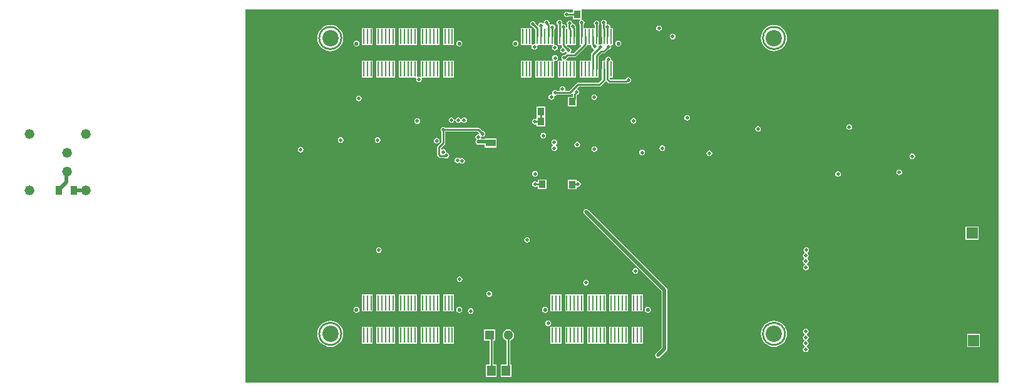
<source format=gbr>
%TF.GenerationSoftware,Altium Limited,Altium Designer,22.2.1 (43)*%
G04 Layer_Physical_Order=4*
G04 Layer_Color=16711680*
%FSLAX45Y45*%
%MOMM*%
%TF.SameCoordinates,3546A09D-0AB3-465C-A5BE-671B47EBA127*%
%TF.FilePolarity,Positive*%
%TF.FileFunction,Copper,L4,Bot,Signal*%
%TF.Part,Single*%
G01*
G75*
%TA.AperFunction,NonConductor*%
%ADD11C,0.25400*%
%TA.AperFunction,SMDPad,CuDef*%
%ADD28R,1.35000X0.95000*%
%ADD30R,1.20000X1.45000*%
%TA.AperFunction,Conductor*%
%ADD57C,0.50000*%
%ADD58C,0.25400*%
%TA.AperFunction,ComponentPad*%
%ADD60R,1.50000X1.50000*%
%ADD61C,0.54991*%
%ADD62C,2.19989*%
%ADD63C,1.32080*%
%ADD64R,1.30000X1.30000*%
%ADD65C,1.30000*%
%TA.AperFunction,ViaPad*%
%ADD66C,0.50000*%
%TA.AperFunction,ConnectorPad*%
%ADD67R,0.95000X1.05000*%
%TA.AperFunction,SMDPad,CuDef*%
%ADD68R,0.24994X2.00000*%
%ADD69R,0.95000X1.05000*%
%ADD70R,0.95620X1.20620*%
G36*
X15689999Y2500000D02*
X5499999D01*
X5500000Y7550000D01*
X9916587D01*
X9927299Y7545200D01*
X9927300Y7537299D01*
Y7505898D01*
X9878037D01*
X9877180Y7507180D01*
X9864710Y7515513D01*
X9850000Y7518439D01*
X9835290Y7515513D01*
X9822820Y7507180D01*
X9814488Y7494710D01*
X9811562Y7480000D01*
X9814488Y7465290D01*
X9822820Y7452820D01*
X9835290Y7444488D01*
X9850000Y7441561D01*
X9864710Y7444488D01*
X9877180Y7452820D01*
X9878037Y7454102D01*
X9927300D01*
Y7414800D01*
X10025698D01*
X10029551Y7402100D01*
X10022188Y7397180D01*
X10013856Y7384710D01*
X10010929Y7370000D01*
X10013856Y7355290D01*
X10022188Y7342820D01*
X10023470Y7341963D01*
Y7289124D01*
X10023905Y7286941D01*
Y7180218D01*
X10024809Y7175673D01*
Y7067315D01*
X10038157D01*
X10043017Y7055582D01*
X9943333Y6955898D01*
X9904689D01*
X9901134Y6963953D01*
X9900087Y6968598D01*
X9907815Y6980164D01*
X9910741Y6994874D01*
X9907815Y7009584D01*
X9899483Y7022054D01*
X9887013Y7030386D01*
X9872303Y7033312D01*
X9870790Y7033011D01*
X9848219Y7055582D01*
X9853080Y7067315D01*
X9975202D01*
Y7176492D01*
X9975903Y7180015D01*
X9975700Y7181037D01*
Y7290484D01*
X9973729Y7300395D01*
X9968959Y7307533D01*
X9970434Y7314947D01*
X9967508Y7329657D01*
X9959176Y7342128D01*
X9946706Y7350460D01*
X9931996Y7353386D01*
X9924974Y7364938D01*
X9923172Y7373993D01*
X9914840Y7386463D01*
X9902370Y7394795D01*
X9887660Y7397721D01*
X9872950Y7394795D01*
X9860480Y7386463D01*
X9852147Y7373993D01*
X9849221Y7359283D01*
X9852147Y7344573D01*
X9856225Y7338471D01*
X9855698Y7335824D01*
Y7303737D01*
X9849421Y7301498D01*
X9839186Y7309721D01*
X9838733Y7310529D01*
X9835913Y7324710D01*
X9827580Y7337180D01*
X9815110Y7345513D01*
X9800400Y7348439D01*
X9795566Y7347477D01*
X9792148Y7350134D01*
X9786162Y7358556D01*
X9788439Y7370000D01*
X9785513Y7384710D01*
X9777180Y7397180D01*
X9764710Y7405512D01*
X9750000Y7408439D01*
X9735290Y7405512D01*
X9722820Y7397180D01*
X9714488Y7384710D01*
X9711561Y7370000D01*
X9714488Y7355290D01*
X9722820Y7342820D01*
X9724102Y7341963D01*
Y7180021D01*
X9724809Y7176469D01*
Y7067315D01*
X9774324D01*
Y7066955D01*
X9776295Y7057044D01*
X9781909Y7048642D01*
X9786600Y7043951D01*
X9782420Y7030171D01*
X9780928Y7029874D01*
X9768457Y7021542D01*
X9760125Y7009072D01*
X9757199Y6994362D01*
X9760125Y6979652D01*
X9768457Y6967181D01*
X9780928Y6958849D01*
X9795638Y6955923D01*
X9810348Y6958849D01*
X9822818Y6967181D01*
X9826504Y6972698D01*
X9841742Y6972754D01*
X9845123Y6967693D01*
X9846622Y6966691D01*
X9846978Y6961779D01*
X9845207Y6952363D01*
X9839144Y6948312D01*
X9821427Y6930595D01*
X9814362Y6932000D01*
X9799652Y6929074D01*
X9787182Y6920742D01*
X9778849Y6908272D01*
X9775923Y6893562D01*
X9778849Y6878852D01*
X9787182Y6866381D01*
X9788634Y6865411D01*
X9784782Y6852711D01*
X9735184Y6852711D01*
X9729667Y6853012D01*
X9723355Y6855231D01*
X9722208Y6856565D01*
X9720739Y6863061D01*
X9721791Y6868246D01*
X9725912Y6874414D01*
X9728839Y6889124D01*
X9725912Y6903834D01*
X9717580Y6916304D01*
X9705110Y6924636D01*
X9690400Y6927562D01*
X9675690Y6924636D01*
X9663220Y6916304D01*
X9654887Y6903834D01*
X9651961Y6889124D01*
X9654887Y6874414D01*
X9660903Y6865411D01*
X9656456Y6854081D01*
X9655277Y6852711D01*
X9424810D01*
Y6627311D01*
X9675203D01*
Y6840759D01*
X9687903Y6851182D01*
X9690400Y6850685D01*
X9705110Y6853611D01*
X9707627Y6855293D01*
X9709793Y6856740D01*
X9709795Y6856740D01*
X9714466Y6856678D01*
X9722321Y6853859D01*
X9723174Y6852128D01*
X9724809Y6845135D01*
X9724809Y6840306D01*
Y6627311D01*
X9975202D01*
Y6852711D01*
X9843942D01*
X9840089Y6865411D01*
X9841542Y6866381D01*
X9849874Y6878852D01*
X9851598Y6887517D01*
X9868184Y6904103D01*
X9954060D01*
X9963971Y6906074D01*
X9972372Y6911688D01*
X10118330Y7057646D01*
X10123944Y7066047D01*
X10124196Y7067315D01*
X10174553D01*
X10176091Y7059584D01*
X10181705Y7051182D01*
X10184958Y7047929D01*
X10184430Y7045274D01*
X10187356Y7030564D01*
X10195688Y7018093D01*
X10208159Y7009761D01*
X10212947Y7008809D01*
X10217127Y6995028D01*
X10181705Y6959606D01*
X10176091Y6951205D01*
X10174120Y6941294D01*
Y6852711D01*
X10024809D01*
Y6627311D01*
X10275202D01*
Y6736488D01*
X10275902Y6740011D01*
Y6909278D01*
X10319534Y6952909D01*
X10346491D01*
X10356402Y6954880D01*
X10364804Y6960494D01*
X10408487Y7004178D01*
X10410000Y7003877D01*
X10424710Y7006803D01*
X10437180Y7015135D01*
X10445513Y7027605D01*
X10448439Y7042315D01*
X10445992Y7054615D01*
X10452748Y7067315D01*
X10475201D01*
Y7292715D01*
X10447671D01*
X10437294Y7305415D01*
X10438206Y7310000D01*
X10435280Y7324710D01*
X10426948Y7337180D01*
X10414478Y7345513D01*
X10399768Y7348439D01*
X10394934Y7347477D01*
X10391515Y7350134D01*
X10385530Y7358556D01*
X10387807Y7370000D01*
X10384880Y7384710D01*
X10376548Y7397180D01*
X10364078Y7405512D01*
X10349368Y7408439D01*
X10334658Y7405512D01*
X10322188Y7397180D01*
X10313855Y7384710D01*
X10310929Y7370000D01*
X10313855Y7355290D01*
X10322188Y7342820D01*
X10323470Y7341963D01*
Y7289124D01*
X10323904Y7286944D01*
Y7180218D01*
X10324808Y7175673D01*
Y7082318D01*
X10312108Y7076541D01*
X10299362Y7079077D01*
X10287902Y7076797D01*
X10275202Y7083948D01*
Y7176492D01*
X10275902Y7180015D01*
X10275699Y7181037D01*
Y7310413D01*
X10275666Y7310583D01*
Y7332363D01*
X10276948Y7333220D01*
X10285280Y7345690D01*
X10288206Y7360400D01*
X10285280Y7375110D01*
X10276948Y7387580D01*
X10264478Y7395913D01*
X10249768Y7398839D01*
X10235058Y7395913D01*
X10222588Y7387580D01*
X10214255Y7375110D01*
X10211329Y7360400D01*
X10214255Y7345690D01*
X10222588Y7333220D01*
X10223870Y7332363D01*
Y7310447D01*
X10223904Y7310277D01*
Y7292715D01*
X10075266D01*
Y7341963D01*
X10076548Y7342820D01*
X10084881Y7355290D01*
X10087807Y7370000D01*
X10084881Y7384710D01*
X10076548Y7397180D01*
X10064078Y7405512D01*
X10057126Y7406896D01*
X10048608Y7414038D01*
X10047700Y7420734D01*
Y7537299D01*
X10047700Y7545200D01*
X10058412Y7550000D01*
X15689999D01*
X15689999Y2500000D01*
D02*
G37*
%LPC*%
G36*
X9575664Y7406940D02*
X9560954Y7404014D01*
X9548484Y7395682D01*
X9540152Y7383212D01*
X9537226Y7368502D01*
X9538137Y7363921D01*
X9530777Y7358990D01*
X9526440Y7357625D01*
X9515121Y7365188D01*
X9500411Y7368114D01*
X9485701Y7365188D01*
X9473231Y7356856D01*
X9464899Y7344385D01*
X9462460Y7332126D01*
X9455301Y7328286D01*
X9449539Y7327086D01*
X9428138Y7348487D01*
X9428439Y7350000D01*
X9425513Y7364710D01*
X9417180Y7377180D01*
X9404710Y7385513D01*
X9390000Y7388439D01*
X9375290Y7385513D01*
X9362820Y7377180D01*
X9354488Y7364710D01*
X9351561Y7350000D01*
X9354488Y7335290D01*
X9362820Y7322820D01*
X9375290Y7314488D01*
X9390000Y7311561D01*
X9391513Y7311862D01*
X9424109Y7279266D01*
Y7180015D01*
X9424810Y7176492D01*
Y7088442D01*
X9412109Y7078019D01*
X9410000Y7078438D01*
X9395290Y7075512D01*
X9387904Y7070577D01*
X9375203Y7076901D01*
Y7292715D01*
X9224810D01*
Y7067315D01*
X9367636D01*
X9374487Y7054710D01*
X9371561Y7040000D01*
X9374487Y7025290D01*
X9382820Y7012820D01*
X9395290Y7004487D01*
X9410000Y7001561D01*
X9424710Y7004487D01*
X9437180Y7012820D01*
X9445512Y7025290D01*
X9448439Y7040000D01*
X9445512Y7054710D01*
X9452364Y7067315D01*
X9654323D01*
X9657672Y7061397D01*
X9659515Y7054615D01*
X9652262Y7043761D01*
X9649336Y7029051D01*
X9652262Y7014341D01*
X9660594Y7001871D01*
X9673065Y6993538D01*
X9687775Y6990612D01*
X9702485Y6993538D01*
X9714955Y7001871D01*
X9723287Y7014341D01*
X9726213Y7029051D01*
X9723287Y7043761D01*
X9714955Y7056231D01*
X9702485Y7064563D01*
X9687775Y7067490D01*
X9675203Y7077938D01*
Y7175699D01*
X9676101Y7180212D01*
Y7274062D01*
X9682238Y7278162D01*
X9690570Y7290633D01*
X9693496Y7305343D01*
X9690570Y7320053D01*
X9682238Y7332523D01*
X9669767Y7340855D01*
X9655057Y7343781D01*
X9640347Y7340855D01*
X9638247Y7339452D01*
X9624324Y7345423D01*
X9623926Y7347420D01*
X9618312Y7355822D01*
X9612697Y7361437D01*
X9614103Y7368502D01*
X9611177Y7383212D01*
X9602844Y7395682D01*
X9590374Y7404014D01*
X9575664Y7406940D01*
D02*
G37*
G36*
X11096223Y7330082D02*
X11081513Y7327156D01*
X11069042Y7318823D01*
X11060710Y7306353D01*
X11057784Y7291643D01*
X11060710Y7276933D01*
X11069042Y7264463D01*
X11081513Y7256131D01*
X11096223Y7253204D01*
X11110933Y7256131D01*
X11123403Y7264463D01*
X11131735Y7276933D01*
X11134661Y7291643D01*
X11131735Y7306353D01*
X11123403Y7318823D01*
X11110933Y7327156D01*
X11096223Y7330082D01*
D02*
G37*
G36*
X11280000Y7218439D02*
X11265290Y7215513D01*
X11252820Y7207180D01*
X11244488Y7194710D01*
X11241561Y7180000D01*
X11244488Y7165290D01*
X11252820Y7152820D01*
X11265290Y7144488D01*
X11280000Y7141562D01*
X11294710Y7144488D01*
X11307180Y7152820D01*
X11315513Y7165290D01*
X11318439Y7180000D01*
X11315513Y7194710D01*
X11307180Y7207180D01*
X11294710Y7215513D01*
X11280000Y7218439D01*
D02*
G37*
G36*
X8325218Y7292715D02*
X8174825D01*
Y7067315D01*
X8325218D01*
Y7292715D01*
D02*
G37*
G36*
X8125219D02*
X7874825D01*
Y7067315D01*
X8125219D01*
Y7292715D01*
D02*
G37*
G36*
X7825219D02*
X7574826D01*
Y7067315D01*
X7825219D01*
Y7292715D01*
D02*
G37*
G36*
X7525220D02*
X7274827D01*
Y7067315D01*
X7525220D01*
Y7292715D01*
D02*
G37*
G36*
X7225220D02*
X7074827D01*
Y7067315D01*
X7225220D01*
Y7292715D01*
D02*
G37*
G36*
X10545001Y7126002D02*
X10529317Y7122882D01*
X10516021Y7113998D01*
X10507137Y7100703D01*
X10504018Y7085019D01*
X10507137Y7069336D01*
X10516021Y7056040D01*
X10529317Y7047156D01*
X10545001Y7044036D01*
X10560684Y7047156D01*
X10573980Y7056040D01*
X10582864Y7069336D01*
X10585983Y7085019D01*
X10582864Y7100703D01*
X10573980Y7113998D01*
X10560684Y7122882D01*
X10545001Y7126002D01*
D02*
G37*
G36*
X9155011D02*
X9139327Y7122882D01*
X9126032Y7113998D01*
X9117148Y7100703D01*
X9114028Y7085019D01*
X9117148Y7069336D01*
X9126032Y7056040D01*
X9139327Y7047156D01*
X9155011Y7044036D01*
X9170694Y7047156D01*
X9183990Y7056040D01*
X9192874Y7069336D01*
X9195994Y7085019D01*
X9192874Y7100703D01*
X9183990Y7113998D01*
X9170694Y7122882D01*
X9155011Y7126002D01*
D02*
G37*
G36*
X8395018D02*
X8379334Y7122882D01*
X8366038Y7113998D01*
X8357154Y7100703D01*
X8354035Y7085019D01*
X8357154Y7069336D01*
X8366038Y7056040D01*
X8379334Y7047156D01*
X8395018Y7044036D01*
X8410701Y7047156D01*
X8423997Y7056040D01*
X8432881Y7069336D01*
X8436000Y7085019D01*
X8432881Y7100703D01*
X8423997Y7113998D01*
X8410701Y7122882D01*
X8395018Y7126002D01*
D02*
G37*
G36*
X7005003D02*
X6989319Y7122882D01*
X6976023Y7113998D01*
X6967139Y7100703D01*
X6964020Y7085019D01*
X6967139Y7069336D01*
X6976023Y7056040D01*
X6989319Y7047156D01*
X7005003Y7044036D01*
X7020686Y7047156D01*
X7033982Y7056040D01*
X7042866Y7069336D01*
X7045985Y7085019D01*
X7042866Y7100703D01*
X7033982Y7113998D01*
X7020686Y7122882D01*
X7005003Y7126002D01*
D02*
G37*
G36*
X12650000Y7336261D02*
X12615613Y7332874D01*
X12582548Y7322844D01*
X12552074Y7306556D01*
X12525365Y7284635D01*
X12503444Y7257926D01*
X12487156Y7227452D01*
X12477126Y7194387D01*
X12473739Y7160000D01*
X12477126Y7125613D01*
X12487156Y7092548D01*
X12503444Y7062074D01*
X12525365Y7035364D01*
X12552074Y7013444D01*
X12582548Y6997156D01*
X12615613Y6987125D01*
X12650000Y6983739D01*
X12684387Y6987125D01*
X12717452Y6997156D01*
X12747926Y7013444D01*
X12774636Y7035364D01*
X12796556Y7062074D01*
X12812843Y7092548D01*
X12822874Y7125613D01*
X12826260Y7160000D01*
X12822874Y7194387D01*
X12812843Y7227452D01*
X12796556Y7257926D01*
X12774636Y7284635D01*
X12747926Y7306556D01*
X12717452Y7322844D01*
X12684387Y7332874D01*
X12650000Y7336261D01*
D02*
G37*
G36*
X6650012D02*
X6615625Y7332874D01*
X6582560Y7322844D01*
X6552086Y7306556D01*
X6525377Y7284635D01*
X6503456Y7257926D01*
X6487168Y7227452D01*
X6477138Y7194387D01*
X6473751Y7160000D01*
X6477138Y7125613D01*
X6487168Y7092548D01*
X6503456Y7062074D01*
X6525377Y7035364D01*
X6552086Y7013444D01*
X6582560Y6997156D01*
X6615625Y6987125D01*
X6650012Y6983739D01*
X6684399Y6987125D01*
X6717464Y6997156D01*
X6747938Y7013444D01*
X6774648Y7035364D01*
X6796568Y7062074D01*
X6812856Y7092548D01*
X6822887Y7125613D01*
X6826273Y7160000D01*
X6822887Y7194387D01*
X6812856Y7227452D01*
X6796568Y7257926D01*
X6774648Y7284635D01*
X6747938Y7306556D01*
X6717464Y7322844D01*
X6684399Y7332874D01*
X6650012Y7336261D01*
D02*
G37*
G36*
X8125219Y6852711D02*
X7874825D01*
Y6642865D01*
X7862125Y6636027D01*
X7850000Y6638439D01*
X7837920Y6636035D01*
X7825219Y6642895D01*
Y6852711D01*
X7574826D01*
Y6627311D01*
X7807633D01*
X7814488Y6614710D01*
X7811561Y6600000D01*
X7814488Y6585290D01*
X7822820Y6572820D01*
X7835290Y6564488D01*
X7850000Y6561561D01*
X7864710Y6564488D01*
X7877180Y6572820D01*
X7885513Y6585290D01*
X7888439Y6600000D01*
X7885513Y6614710D01*
X7892367Y6627311D01*
X8125219D01*
Y6852711D01*
D02*
G37*
G36*
X9375203D02*
X9224810D01*
Y6627311D01*
X9375203D01*
Y6852711D01*
D02*
G37*
G36*
X8325218D02*
X8174825D01*
Y6627311D01*
X8325218D01*
Y6852711D01*
D02*
G37*
G36*
X7525220D02*
X7274827D01*
Y6627311D01*
X7525220D01*
Y6852711D01*
D02*
G37*
G36*
X7225220D02*
X7074827D01*
Y6627311D01*
X7225220D01*
Y6852711D01*
D02*
G37*
G36*
X10410400Y6908439D02*
X10395690Y6905512D01*
X10383220Y6897180D01*
X10374888Y6884710D01*
X10371961Y6870000D01*
X10372874Y6865411D01*
X10362667Y6852711D01*
X10324808D01*
Y6743534D01*
X10324107Y6740011D01*
Y6600732D01*
X10279273Y6555897D01*
X10000682D01*
X9990771Y6553926D01*
X9982369Y6548312D01*
X9879955Y6445898D01*
X9833081D01*
X9826091Y6458598D01*
X9828439Y6470400D01*
X9825512Y6485110D01*
X9817180Y6497580D01*
X9804710Y6505913D01*
X9790000Y6508839D01*
X9775290Y6505913D01*
X9762820Y6497580D01*
X9754487Y6485110D01*
X9751561Y6470400D01*
X9753909Y6458598D01*
X9746919Y6445898D01*
X9718437D01*
X9717580Y6447180D01*
X9705110Y6455513D01*
X9690400Y6458439D01*
X9675690Y6455513D01*
X9663220Y6447180D01*
X9654887Y6434710D01*
X9651961Y6420000D01*
X9654238Y6408555D01*
X9648253Y6400134D01*
X9644834Y6397477D01*
X9640000Y6398439D01*
X9625290Y6395512D01*
X9612820Y6387180D01*
X9604488Y6374710D01*
X9601561Y6360000D01*
X9604488Y6345290D01*
X9612820Y6332820D01*
X9625290Y6324487D01*
X9640000Y6321561D01*
X9654710Y6324487D01*
X9667180Y6332820D01*
X9675513Y6345290D01*
X9678439Y6360000D01*
X9676162Y6371445D01*
X9682147Y6379866D01*
X9685566Y6382523D01*
X9690400Y6381562D01*
X9705110Y6384488D01*
X9717580Y6392820D01*
X9718437Y6394103D01*
X9890682D01*
X9900592Y6396074D01*
X9908994Y6401688D01*
X9922085Y6414779D01*
X9932766Y6407499D01*
X9931403Y6400644D01*
Y6365200D01*
X9862300D01*
Y6234800D01*
X9982700D01*
Y6332298D01*
X9983198Y6334800D01*
Y6389916D01*
X9986045Y6392764D01*
X9994710Y6394488D01*
X10007180Y6402820D01*
X10015513Y6415290D01*
X10018439Y6430000D01*
X10015513Y6444710D01*
X10007180Y6457180D01*
X9994710Y6465513D01*
X9991432Y6466165D01*
X9987252Y6479945D01*
X10011409Y6504102D01*
X10290000D01*
X10299911Y6506074D01*
X10308312Y6511688D01*
X10368317Y6571692D01*
X10370707Y6575270D01*
X10372465Y6576292D01*
X10384019Y6577735D01*
X10386135Y6577240D01*
X10411688Y6551688D01*
X10420089Y6546074D01*
X10430000Y6544102D01*
X10653512D01*
X10663422Y6546074D01*
X10671824Y6551688D01*
X10673103Y6552967D01*
X10680168Y6551561D01*
X10694878Y6554488D01*
X10707349Y6562820D01*
X10715681Y6575290D01*
X10718607Y6590000D01*
X10715681Y6604710D01*
X10707349Y6617180D01*
X10694878Y6625513D01*
X10680168Y6628439D01*
X10665458Y6625513D01*
X10652988Y6617180D01*
X10644656Y6604710D01*
X10642932Y6596045D01*
X10642785Y6595898D01*
X10440727D01*
X10425915Y6610710D01*
Y6627311D01*
X10475201D01*
Y6852711D01*
X10458301D01*
X10447926Y6865411D01*
X10448839Y6870000D01*
X10445913Y6884710D01*
X10437580Y6897180D01*
X10425110Y6905512D01*
X10410400Y6908439D01*
D02*
G37*
G36*
X10220000Y6398439D02*
X10205290Y6395512D01*
X10192820Y6387180D01*
X10184487Y6374710D01*
X10181561Y6360000D01*
X10184487Y6345290D01*
X10192820Y6332820D01*
X10205290Y6324487D01*
X10220000Y6321561D01*
X10234710Y6324487D01*
X10247180Y6332820D01*
X10255512Y6345290D01*
X10258438Y6360000D01*
X10255512Y6374710D01*
X10247180Y6387180D01*
X10234710Y6395512D01*
X10220000Y6398439D01*
D02*
G37*
G36*
X7036775Y6382141D02*
X7022065Y6379215D01*
X7009595Y6370883D01*
X7001262Y6358413D01*
X6998336Y6343703D01*
X7001262Y6328993D01*
X7009595Y6316523D01*
X7022065Y6308190D01*
X7036775Y6305264D01*
X7051485Y6308190D01*
X7063955Y6316523D01*
X7072287Y6328993D01*
X7075213Y6343703D01*
X7072287Y6358413D01*
X7063955Y6370883D01*
X7051485Y6379215D01*
X7036775Y6382141D01*
D02*
G37*
G36*
X8460000Y6088439D02*
X8445290Y6085513D01*
X8432820Y6077180D01*
X8427056Y6068554D01*
X8425862Y6068156D01*
X8414138D01*
X8412944Y6068554D01*
X8407180Y6077180D01*
X8394710Y6085513D01*
X8380000Y6088439D01*
X8365290Y6085513D01*
X8352820Y6077180D01*
X8344488Y6064710D01*
X8341561Y6050000D01*
X8344488Y6035290D01*
X8352820Y6022820D01*
X8365290Y6014488D01*
X8380000Y6011562D01*
X8394710Y6014488D01*
X8407180Y6022820D01*
X8412944Y6031446D01*
X8414138Y6031844D01*
X8425862D01*
X8427056Y6031446D01*
X8432820Y6022820D01*
X8445290Y6014488D01*
X8460000Y6011562D01*
X8474710Y6014488D01*
X8487180Y6022820D01*
X8495513Y6035290D01*
X8498439Y6050000D01*
X8495513Y6064710D01*
X8487180Y6077180D01*
X8474710Y6085513D01*
X8460000Y6088439D01*
D02*
G37*
G36*
X9557700Y6235200D02*
X9437300D01*
Y6104801D01*
X9437299D01*
Y6095199D01*
X9437300D01*
Y6076223D01*
X9424600Y6067026D01*
X9417500Y6068438D01*
X9402790Y6065512D01*
X9390320Y6057180D01*
X9381987Y6044710D01*
X9379061Y6030000D01*
X9381987Y6015290D01*
X9390320Y6002820D01*
X9402790Y5994487D01*
X9417500Y5991561D01*
X9424600Y5992974D01*
X9437300Y5983777D01*
Y5964800D01*
X9557700D01*
Y6095199D01*
X9557700D01*
Y6104801D01*
X9557700D01*
Y6235200D01*
D02*
G37*
G36*
X11476223Y6120082D02*
X11461513Y6117156D01*
X11449042Y6108823D01*
X11440710Y6096353D01*
X11437784Y6081643D01*
X11440710Y6066933D01*
X11449042Y6054463D01*
X11461513Y6046131D01*
X11476223Y6043205D01*
X11490933Y6046131D01*
X11503403Y6054463D01*
X11511735Y6066933D01*
X11514661Y6081643D01*
X11511735Y6096353D01*
X11503403Y6108823D01*
X11490933Y6117156D01*
X11476223Y6120082D01*
D02*
G37*
G36*
X8290031Y6088798D02*
X8275321Y6085872D01*
X8262850Y6077540D01*
X8254518Y6065070D01*
X8251592Y6050360D01*
X8254518Y6035650D01*
X8262850Y6023179D01*
X8275321Y6014847D01*
X8290031Y6011921D01*
X8304741Y6014847D01*
X8317211Y6023179D01*
X8325543Y6035650D01*
X8328469Y6050360D01*
X8325543Y6065070D01*
X8317211Y6077540D01*
X8304741Y6085872D01*
X8290031Y6088798D01*
D02*
G37*
G36*
X10750000Y6078439D02*
X10735290Y6075513D01*
X10722820Y6067180D01*
X10714488Y6054710D01*
X10711562Y6040000D01*
X10714488Y6025290D01*
X10722820Y6012820D01*
X10735290Y6004488D01*
X10750000Y6001562D01*
X10764710Y6004488D01*
X10777180Y6012820D01*
X10785513Y6025290D01*
X10788439Y6040000D01*
X10785513Y6054710D01*
X10777180Y6067180D01*
X10764710Y6075513D01*
X10750000Y6078439D01*
D02*
G37*
G36*
X7825642Y6075374D02*
X7810932Y6072448D01*
X7798461Y6064116D01*
X7790129Y6051646D01*
X7787203Y6036936D01*
X7790129Y6022226D01*
X7798461Y6009755D01*
X7810932Y6001423D01*
X7825642Y5998497D01*
X7840352Y6001423D01*
X7852822Y6009755D01*
X7861154Y6022226D01*
X7864080Y6036936D01*
X7861154Y6051646D01*
X7852822Y6064116D01*
X7840352Y6072448D01*
X7825642Y6075374D01*
D02*
G37*
G36*
X13668077Y5994791D02*
X13653368Y5991865D01*
X13640897Y5983533D01*
X13632564Y5971063D01*
X13629639Y5956353D01*
X13632564Y5941643D01*
X13640897Y5929173D01*
X13653368Y5920840D01*
X13668077Y5917914D01*
X13682787Y5920840D01*
X13695258Y5929173D01*
X13703589Y5941643D01*
X13706516Y5956353D01*
X13703589Y5971063D01*
X13695258Y5983533D01*
X13682787Y5991865D01*
X13668077Y5994791D01*
D02*
G37*
G36*
X12436223Y5970082D02*
X12421513Y5967156D01*
X12409042Y5958823D01*
X12400710Y5946353D01*
X12397784Y5931643D01*
X12400710Y5916933D01*
X12409042Y5904463D01*
X12421513Y5896131D01*
X12436223Y5893205D01*
X12450933Y5896131D01*
X12463403Y5904463D01*
X12471735Y5916933D01*
X12474661Y5931643D01*
X12471735Y5946353D01*
X12463403Y5958823D01*
X12450933Y5967156D01*
X12436223Y5970082D01*
D02*
G37*
G36*
X8180000Y5958439D02*
X8165290Y5955513D01*
X8152820Y5947180D01*
X8144487Y5934710D01*
X8141561Y5920000D01*
X8144487Y5905290D01*
X8152820Y5892820D01*
X8154102Y5891963D01*
Y5750727D01*
X8101688Y5698312D01*
X8096074Y5689911D01*
X8094102Y5680000D01*
Y5580172D01*
X8096074Y5570262D01*
X8101688Y5561860D01*
X8116567Y5546981D01*
X8124969Y5541367D01*
X8134879Y5539396D01*
X8197944D01*
X8205290Y5534488D01*
X8220000Y5531561D01*
X8234710Y5534488D01*
X8247180Y5542820D01*
X8255513Y5555290D01*
X8258439Y5570000D01*
X8255513Y5584710D01*
X8247180Y5597180D01*
X8234710Y5605513D01*
X8220000Y5608439D01*
X8218433Y5619720D01*
X8218438Y5619998D01*
X8218438Y5620000D01*
X8215512Y5634710D01*
X8207180Y5647180D01*
X8194710Y5655512D01*
X8180000Y5658439D01*
X8165290Y5655512D01*
X8158598Y5651041D01*
X8147222Y5657122D01*
X8146213Y5669588D01*
X8198312Y5721688D01*
X8203926Y5730089D01*
X8205897Y5740000D01*
Y5891963D01*
X8207180Y5892820D01*
X8208037Y5894103D01*
X8643591D01*
X8663079Y5874614D01*
X8662562Y5868833D01*
X8650000Y5858598D01*
X8635290Y5855672D01*
X8622820Y5847340D01*
X8614487Y5834870D01*
X8611561Y5820160D01*
X8614487Y5805450D01*
X8622820Y5792980D01*
Y5784640D01*
X8614487Y5772170D01*
X8611561Y5757460D01*
X8614487Y5742750D01*
X8622820Y5730280D01*
X8635290Y5721947D01*
X8650000Y5719021D01*
X8739800D01*
Y5679800D01*
X8900200D01*
Y5800200D01*
X8739800D01*
Y5795898D01*
X8693242D01*
X8686139Y5808599D01*
X8688161Y5818767D01*
X8689468Y5820912D01*
X8699743Y5828427D01*
X8709368Y5826512D01*
X8724078Y5829438D01*
X8736548Y5837770D01*
X8744880Y5850241D01*
X8747806Y5864951D01*
X8744880Y5879661D01*
X8736548Y5892131D01*
X8724078Y5900463D01*
X8709368Y5903389D01*
X8707855Y5903088D01*
X8672631Y5938312D01*
X8664229Y5943926D01*
X8654318Y5945898D01*
X8208037D01*
X8207180Y5947180D01*
X8194710Y5955513D01*
X8180000Y5958439D01*
D02*
G37*
G36*
X9530000Y5878439D02*
X9515290Y5875513D01*
X9502820Y5867180D01*
X9494487Y5854710D01*
X9491561Y5840000D01*
X9494487Y5825290D01*
X9502820Y5812820D01*
X9515290Y5804488D01*
X9530000Y5801561D01*
X9544710Y5804488D01*
X9557180Y5812820D01*
X9565512Y5825290D01*
X9568439Y5840000D01*
X9565512Y5854710D01*
X9557180Y5867180D01*
X9544710Y5875513D01*
X9530000Y5878439D01*
D02*
G37*
G36*
X7290000Y5818439D02*
X7275290Y5815513D01*
X7262820Y5807180D01*
X7254487Y5794710D01*
X7251561Y5780000D01*
X7254487Y5765290D01*
X7262820Y5752820D01*
X7275290Y5744488D01*
X7290000Y5741562D01*
X7304710Y5744488D01*
X7317180Y5752820D01*
X7325512Y5765290D01*
X7328438Y5780000D01*
X7325512Y5794710D01*
X7317180Y5807180D01*
X7304710Y5815513D01*
X7290000Y5818439D01*
D02*
G37*
G36*
X6790000D02*
X6775290Y5815513D01*
X6762820Y5807180D01*
X6754487Y5794710D01*
X6751561Y5780000D01*
X6754487Y5765290D01*
X6762820Y5752820D01*
X6775290Y5744488D01*
X6790000Y5741562D01*
X6804710Y5744488D01*
X6817180Y5752820D01*
X6825512Y5765290D01*
X6828438Y5780000D01*
X6825512Y5794710D01*
X6817180Y5807180D01*
X6804710Y5815513D01*
X6790000Y5818439D01*
D02*
G37*
G36*
X8090000Y5808438D02*
X8075290Y5805512D01*
X8062820Y5797180D01*
X8054488Y5784710D01*
X8051561Y5770000D01*
X8054488Y5755290D01*
X8062820Y5742820D01*
X8075290Y5734487D01*
X8090000Y5731561D01*
X8104710Y5734487D01*
X8117180Y5742820D01*
X8125513Y5755290D01*
X8128439Y5770000D01*
X8125513Y5784710D01*
X8117180Y5797180D01*
X8104710Y5805512D01*
X8090000Y5808438D01*
D02*
G37*
G36*
X9990000Y5758439D02*
X9975290Y5755512D01*
X9962820Y5747180D01*
X9954488Y5734710D01*
X9951562Y5720000D01*
X9954488Y5705290D01*
X9962820Y5692820D01*
X9975290Y5684487D01*
X9990000Y5681561D01*
X10004710Y5684487D01*
X10017180Y5692820D01*
X10025513Y5705290D01*
X10028439Y5720000D01*
X10025513Y5734710D01*
X10017180Y5747180D01*
X10004710Y5755512D01*
X9990000Y5758439D01*
D02*
G37*
G36*
X11140000Y5708439D02*
X11125290Y5705513D01*
X11112820Y5697180D01*
X11104488Y5684710D01*
X11101561Y5670000D01*
X11104488Y5655290D01*
X11112820Y5642820D01*
X11125290Y5634488D01*
X11140000Y5631562D01*
X11154710Y5634488D01*
X11167180Y5642820D01*
X11175513Y5655290D01*
X11178439Y5670000D01*
X11175513Y5684710D01*
X11167180Y5697180D01*
X11154710Y5705513D01*
X11140000Y5708439D01*
D02*
G37*
G36*
X9680000Y5788439D02*
X9665290Y5785512D01*
X9652820Y5777180D01*
X9644487Y5764710D01*
X9641561Y5750000D01*
X9644487Y5735290D01*
X9652820Y5722820D01*
X9661446Y5717056D01*
X9661844Y5715862D01*
Y5704138D01*
X9661446Y5702944D01*
X9652820Y5697180D01*
X9644487Y5684710D01*
X9641561Y5670000D01*
X9644487Y5655290D01*
X9652820Y5642820D01*
X9665290Y5634488D01*
X9680000Y5631562D01*
X9694710Y5634488D01*
X9707180Y5642820D01*
X9715512Y5655290D01*
X9718439Y5670000D01*
X9715512Y5684710D01*
X9707180Y5697180D01*
X9698554Y5702944D01*
X9698156Y5704138D01*
Y5715862D01*
X9698554Y5717056D01*
X9707180Y5722820D01*
X9715512Y5735290D01*
X9718439Y5750000D01*
X9715512Y5764710D01*
X9707180Y5777180D01*
X9694710Y5785512D01*
X9680000Y5788439D01*
D02*
G37*
G36*
X10222204Y5695063D02*
X10207494Y5692137D01*
X10195023Y5683804D01*
X10186691Y5671334D01*
X10183765Y5656624D01*
X10186691Y5641914D01*
X10195023Y5629444D01*
X10207494Y5621112D01*
X10222204Y5618186D01*
X10236913Y5621112D01*
X10249384Y5629444D01*
X10257716Y5641914D01*
X10260642Y5656624D01*
X10257716Y5671334D01*
X10249384Y5683804D01*
X10236913Y5692137D01*
X10222204Y5695063D01*
D02*
G37*
G36*
X6250000Y5688438D02*
X6235290Y5685512D01*
X6222820Y5677180D01*
X6214487Y5664710D01*
X6211561Y5650000D01*
X6214487Y5635290D01*
X6222820Y5622820D01*
X6235290Y5614487D01*
X6250000Y5611561D01*
X6264710Y5614487D01*
X6277180Y5622820D01*
X6285512Y5635290D01*
X6288439Y5650000D01*
X6285512Y5664710D01*
X6277180Y5677180D01*
X6264710Y5685512D01*
X6250000Y5688438D01*
D02*
G37*
G36*
X10866223Y5650082D02*
X10851513Y5647156D01*
X10839043Y5638823D01*
X10830710Y5626353D01*
X10827784Y5611643D01*
X10830710Y5596933D01*
X10839043Y5584463D01*
X10851513Y5576131D01*
X10866223Y5573204D01*
X10880933Y5576131D01*
X10893403Y5584463D01*
X10901735Y5596933D01*
X10904661Y5611643D01*
X10901735Y5626353D01*
X10893403Y5638823D01*
X10880933Y5647156D01*
X10866223Y5650082D01*
D02*
G37*
G36*
X11776223Y5640082D02*
X11761513Y5637156D01*
X11749043Y5628823D01*
X11740710Y5616353D01*
X11737784Y5601643D01*
X11740710Y5586933D01*
X11749043Y5574463D01*
X11761513Y5566131D01*
X11776223Y5563205D01*
X11790933Y5566131D01*
X11803403Y5574463D01*
X11811735Y5586933D01*
X11814661Y5601643D01*
X11811735Y5616353D01*
X11803403Y5628823D01*
X11790933Y5637156D01*
X11776223Y5640082D01*
D02*
G37*
G36*
X14520000Y5598439D02*
X14505290Y5595513D01*
X14492821Y5587180D01*
X14484486Y5574710D01*
X14481561Y5560000D01*
X14484486Y5545290D01*
X14492821Y5532820D01*
X14505290Y5524488D01*
X14520000Y5521561D01*
X14534711Y5524488D01*
X14547180Y5532820D01*
X14555511Y5545290D01*
X14558438Y5560000D01*
X14555511Y5574710D01*
X14547180Y5587180D01*
X14534711Y5595513D01*
X14520000Y5598439D01*
D02*
G37*
G36*
X8369368Y5543389D02*
X8354658Y5540463D01*
X8342188Y5532131D01*
X8333856Y5519661D01*
X8330929Y5504951D01*
X8333856Y5490241D01*
X8342188Y5477770D01*
X8354658Y5469438D01*
X8369368Y5466512D01*
X8384078Y5469438D01*
X8389253Y5472896D01*
X8404552Y5472670D01*
X8407261Y5470943D01*
X8417150Y5464336D01*
X8431860Y5461409D01*
X8446570Y5464336D01*
X8459040Y5472668D01*
X8467372Y5485138D01*
X8470299Y5499848D01*
X8467372Y5514558D01*
X8459040Y5527028D01*
X8446570Y5535361D01*
X8431860Y5538287D01*
X8417150Y5535361D01*
X8411975Y5531903D01*
X8396676Y5532129D01*
X8393967Y5533856D01*
X8384078Y5540463D01*
X8369368Y5543389D01*
D02*
G37*
G36*
X14345349Y5381747D02*
X14330640Y5378821D01*
X14318169Y5370489D01*
X14309837Y5358018D01*
X14306911Y5343309D01*
X14309837Y5328599D01*
X14318169Y5316128D01*
X14330640Y5307796D01*
X14345349Y5304870D01*
X14360059Y5307796D01*
X14372530Y5316128D01*
X14380862Y5328599D01*
X14383788Y5343309D01*
X14380862Y5358018D01*
X14372530Y5370489D01*
X14360059Y5378821D01*
X14345349Y5381747D01*
D02*
G37*
G36*
X9418515Y5361668D02*
X9403805Y5358742D01*
X9391335Y5350410D01*
X9383003Y5337940D01*
X9380076Y5323230D01*
X9383003Y5308520D01*
X9391335Y5296050D01*
X9403805Y5287717D01*
X9418515Y5284791D01*
X9433225Y5287717D01*
X9445695Y5296050D01*
X9454028Y5308520D01*
X9456954Y5323230D01*
X9454028Y5337940D01*
X9445695Y5350410D01*
X9433225Y5358742D01*
X9418515Y5361668D01*
D02*
G37*
G36*
X13516223Y5360082D02*
X13501514Y5357156D01*
X13489043Y5348823D01*
X13480710Y5336353D01*
X13477785Y5321643D01*
X13480710Y5306933D01*
X13489043Y5294463D01*
X13501514Y5286131D01*
X13516223Y5283205D01*
X13530933Y5286131D01*
X13543404Y5294463D01*
X13551735Y5306933D01*
X13554662Y5321643D01*
X13551735Y5336353D01*
X13543404Y5348823D01*
X13530933Y5357156D01*
X13516223Y5360082D01*
D02*
G37*
G36*
X9579011Y5246472D02*
X9458611D01*
Y5215198D01*
X9445911Y5212557D01*
X9434078Y5220463D01*
X9419368Y5223389D01*
X9404658Y5220463D01*
X9392188Y5212131D01*
X9383856Y5199660D01*
X9380930Y5184951D01*
X9383856Y5170241D01*
X9392188Y5157770D01*
X9404658Y5149438D01*
X9419368Y5146512D01*
X9434078Y5149438D01*
X9445911Y5157344D01*
X9458611Y5154703D01*
Y5116072D01*
X9579011D01*
Y5246472D01*
D02*
G37*
G36*
X9982700Y5245200D02*
X9862300D01*
Y5114800D01*
X9982700D01*
Y5136878D01*
X9995400Y5147301D01*
X9999368Y5146512D01*
X10014078Y5149438D01*
X10026548Y5157770D01*
X10034881Y5170241D01*
X10037807Y5184951D01*
X10034881Y5199660D01*
X10026548Y5212131D01*
X10014078Y5220463D01*
X9999368Y5223389D01*
X9995400Y5222600D01*
X9982700Y5233023D01*
Y5245200D01*
D02*
G37*
G36*
X15417700Y4607700D02*
X15242300D01*
Y4432300D01*
X15417700D01*
Y4607700D01*
D02*
G37*
G36*
X9310000Y4468439D02*
X9295290Y4465513D01*
X9282820Y4457180D01*
X9274487Y4444710D01*
X9271561Y4430000D01*
X9274487Y4415290D01*
X9282820Y4402820D01*
X9295290Y4394488D01*
X9310000Y4391561D01*
X9324710Y4394488D01*
X9337180Y4402820D01*
X9345512Y4415290D01*
X9348439Y4430000D01*
X9345512Y4444710D01*
X9337180Y4457180D01*
X9324710Y4465513D01*
X9310000Y4468439D01*
D02*
G37*
G36*
X7306223Y4330082D02*
X7291513Y4327156D01*
X7279043Y4318823D01*
X7270710Y4306353D01*
X7267784Y4291643D01*
X7270710Y4276933D01*
X7279043Y4264463D01*
X7291513Y4256131D01*
X7306223Y4253205D01*
X7320933Y4256131D01*
X7333403Y4264463D01*
X7341735Y4276933D01*
X7344661Y4291643D01*
X7341735Y4306353D01*
X7333403Y4318823D01*
X7320933Y4327156D01*
X7306223Y4330082D01*
D02*
G37*
G36*
X13086475Y4330570D02*
X13071765Y4327644D01*
X13059294Y4319311D01*
X13050961Y4306841D01*
X13048036Y4292131D01*
X13050961Y4277421D01*
X13059294Y4264951D01*
X13060815Y4263935D01*
X13060866Y4263809D01*
X13059946Y4249242D01*
X13052820Y4244480D01*
X13044487Y4232010D01*
X13041560Y4217300D01*
X13044487Y4202590D01*
X13052820Y4190120D01*
X13057326Y4187109D01*
Y4171835D01*
X13052820Y4168824D01*
X13044487Y4156353D01*
X13041560Y4141643D01*
X13044487Y4126933D01*
X13052820Y4114463D01*
X13065289Y4106131D01*
X13066656Y4105859D01*
X13068379Y4097061D01*
X13067976Y4092647D01*
X13056625Y4085063D01*
X13048294Y4072593D01*
X13045367Y4057883D01*
X13048294Y4043173D01*
X13056625Y4030702D01*
X13069096Y4022370D01*
X13083807Y4019444D01*
X13098517Y4022370D01*
X13110986Y4030702D01*
X13119319Y4043173D01*
X13122244Y4057883D01*
X13119319Y4072593D01*
X13110986Y4085063D01*
X13098517Y4093395D01*
X13097150Y4093667D01*
X13095428Y4102465D01*
X13095828Y4106879D01*
X13107179Y4114463D01*
X13115514Y4126933D01*
X13118439Y4141643D01*
X13115514Y4156353D01*
X13107179Y4168824D01*
X13102673Y4171835D01*
Y4187109D01*
X13107179Y4190120D01*
X13115514Y4202590D01*
X13118439Y4217300D01*
X13115514Y4232010D01*
X13107179Y4244480D01*
X13105659Y4245497D01*
X13105609Y4245622D01*
X13106529Y4260190D01*
X13113655Y4264951D01*
X13121986Y4277421D01*
X13124913Y4292131D01*
X13121986Y4306841D01*
X13113655Y4319311D01*
X13101186Y4327644D01*
X13086475Y4330570D01*
D02*
G37*
G36*
X10776223Y4050082D02*
X10761513Y4047156D01*
X10749043Y4038824D01*
X10740710Y4026353D01*
X10737784Y4011643D01*
X10740710Y3996933D01*
X10749043Y3984463D01*
X10761513Y3976131D01*
X10776223Y3973205D01*
X10790933Y3976131D01*
X10803403Y3984463D01*
X10811735Y3996933D01*
X10814661Y4011643D01*
X10811735Y4026353D01*
X10803403Y4038824D01*
X10790933Y4047156D01*
X10776223Y4050082D01*
D02*
G37*
G36*
X8400000Y3938439D02*
X8385290Y3935513D01*
X8372820Y3927180D01*
X8364487Y3914710D01*
X8361561Y3900000D01*
X8364487Y3885290D01*
X8372820Y3872820D01*
X8385290Y3864488D01*
X8400000Y3861561D01*
X8414710Y3864488D01*
X8427180Y3872820D01*
X8435512Y3885290D01*
X8438439Y3900000D01*
X8435512Y3914710D01*
X8427180Y3927180D01*
X8414710Y3935513D01*
X8400000Y3938439D01*
D02*
G37*
G36*
X10106223Y3890082D02*
X10091513Y3887156D01*
X10079043Y3878823D01*
X10070710Y3866353D01*
X10067784Y3851643D01*
X10070710Y3836933D01*
X10079043Y3824463D01*
X10091513Y3816131D01*
X10106223Y3813204D01*
X10120933Y3816131D01*
X10133403Y3824463D01*
X10141735Y3836933D01*
X10144661Y3851643D01*
X10141735Y3866353D01*
X10133403Y3878823D01*
X10120933Y3887156D01*
X10106223Y3890082D01*
D02*
G37*
G36*
X8800000Y3738439D02*
X8785290Y3735512D01*
X8772820Y3727180D01*
X8764487Y3714710D01*
X8761561Y3700000D01*
X8764487Y3685290D01*
X8772820Y3672820D01*
X8785290Y3664487D01*
X8800000Y3661561D01*
X8814710Y3664487D01*
X8827180Y3672820D01*
X8835512Y3685290D01*
X8838439Y3700000D01*
X8835512Y3714710D01*
X8827180Y3727180D01*
X8814710Y3735512D01*
X8800000Y3738439D01*
D02*
G37*
G36*
X10875201Y3692722D02*
X10724807D01*
Y3467323D01*
X10875201D01*
Y3692722D01*
D02*
G37*
G36*
X10675201D02*
X10424808D01*
Y3467323D01*
X10675201D01*
Y3692722D01*
D02*
G37*
G36*
X10375201D02*
X10124808D01*
Y3467323D01*
X10375201D01*
Y3692722D01*
D02*
G37*
G36*
X10075202D02*
X9824809D01*
Y3467323D01*
X10075202D01*
Y3692722D01*
D02*
G37*
G36*
X9775203D02*
X9624809D01*
Y3467323D01*
X9775203D01*
Y3692722D01*
D02*
G37*
G36*
X8325218D02*
X8174825D01*
Y3467323D01*
X8325218D01*
Y3692722D01*
D02*
G37*
G36*
X8125219D02*
X7874825D01*
Y3467323D01*
X8125219D01*
Y3692722D01*
D02*
G37*
G36*
X7825219D02*
X7574826D01*
Y3467323D01*
X7825219D01*
Y3692722D01*
D02*
G37*
G36*
X7525220D02*
X7274827D01*
Y3467323D01*
X7525220D01*
Y3692722D01*
D02*
G37*
G36*
X7225220D02*
X7074827D01*
Y3467323D01*
X7225220D01*
Y3692722D01*
D02*
G37*
G36*
X10945025Y3525984D02*
X10929342Y3522864D01*
X10916046Y3513980D01*
X10907162Y3500684D01*
X10904042Y3485001D01*
X10907162Y3469317D01*
X10916046Y3456022D01*
X10929342Y3447138D01*
X10945025Y3444018D01*
X10960709Y3447138D01*
X10974004Y3456022D01*
X10982888Y3469317D01*
X10986008Y3485001D01*
X10982888Y3500684D01*
X10974004Y3513980D01*
X10960709Y3522864D01*
X10945025Y3525984D01*
D02*
G37*
G36*
X9555010D02*
X9539327Y3522864D01*
X9526031Y3513980D01*
X9517147Y3500684D01*
X9514027Y3485001D01*
X9517147Y3469317D01*
X9526031Y3456022D01*
X9539327Y3447138D01*
X9555010Y3444018D01*
X9570694Y3447138D01*
X9583989Y3456022D01*
X9592873Y3469317D01*
X9595993Y3485001D01*
X9592873Y3500684D01*
X9583989Y3513980D01*
X9570694Y3522864D01*
X9555010Y3525984D01*
D02*
G37*
G36*
X8395018D02*
X8379334Y3522864D01*
X8366038Y3513980D01*
X8357154Y3500684D01*
X8354035Y3485001D01*
X8357154Y3469317D01*
X8366038Y3456022D01*
X8379334Y3447138D01*
X8395018Y3444018D01*
X8410701Y3447138D01*
X8423997Y3456022D01*
X8432881Y3469317D01*
X8436000Y3485001D01*
X8432881Y3500684D01*
X8423997Y3513980D01*
X8410701Y3522864D01*
X8395018Y3525984D01*
D02*
G37*
G36*
X7005003D02*
X6989319Y3522864D01*
X6976023Y3513980D01*
X6967139Y3500684D01*
X6964020Y3485001D01*
X6967139Y3469317D01*
X6976023Y3456022D01*
X6989319Y3447138D01*
X7005003Y3444018D01*
X7020686Y3447138D01*
X7033982Y3456022D01*
X7042866Y3469317D01*
X7045985Y3485001D01*
X7042866Y3500684D01*
X7033982Y3513980D01*
X7020686Y3522864D01*
X7005003Y3525984D01*
D02*
G37*
G36*
X8550000Y3508438D02*
X8535290Y3505512D01*
X8522820Y3497180D01*
X8514487Y3484710D01*
X8511561Y3470000D01*
X8514487Y3455290D01*
X8522820Y3442820D01*
X8535290Y3434487D01*
X8550000Y3431561D01*
X8564710Y3434487D01*
X8577180Y3442820D01*
X8585512Y3455290D01*
X8588438Y3470000D01*
X8585512Y3484710D01*
X8577180Y3497180D01*
X8564710Y3505512D01*
X8550000Y3508438D01*
D02*
G37*
G36*
X9596223Y3340082D02*
X9581513Y3337156D01*
X9569043Y3328823D01*
X9560710Y3316353D01*
X9557784Y3301643D01*
X9560710Y3286933D01*
X9569043Y3274463D01*
X9581513Y3266131D01*
X9596223Y3263205D01*
X9610933Y3266131D01*
X9623403Y3274463D01*
X9631735Y3286933D01*
X9634661Y3301643D01*
X9631735Y3316353D01*
X9623403Y3328823D01*
X9610933Y3337156D01*
X9596223Y3340082D01*
D02*
G37*
G36*
X10875201Y3252718D02*
X10724807D01*
Y3027318D01*
X10875201D01*
Y3252718D01*
D02*
G37*
G36*
X10675201D02*
X10424808D01*
Y3027318D01*
X10675201D01*
Y3252718D01*
D02*
G37*
G36*
X10375201D02*
X10124808D01*
Y3027318D01*
X10375201D01*
Y3252718D01*
D02*
G37*
G36*
X10075202D02*
X9824809D01*
Y3027318D01*
X10075202D01*
Y3252718D01*
D02*
G37*
G36*
X9775203D02*
X9624809D01*
Y3027318D01*
X9775203D01*
Y3252718D01*
D02*
G37*
G36*
X8325218D02*
X8174825D01*
Y3027318D01*
X8325218D01*
Y3252718D01*
D02*
G37*
G36*
X8125219D02*
X7874825D01*
Y3027318D01*
X8125219D01*
Y3252718D01*
D02*
G37*
G36*
X7825219D02*
X7574826D01*
Y3027318D01*
X7825219D01*
Y3252718D01*
D02*
G37*
G36*
X7525220D02*
X7274827D01*
Y3027318D01*
X7525220D01*
Y3252718D01*
D02*
G37*
G36*
X7225220D02*
X7074827D01*
Y3027318D01*
X7225220D01*
Y3252718D01*
D02*
G37*
G36*
X12650000Y3336269D02*
X12615613Y3332882D01*
X12582548Y3322852D01*
X12552074Y3306564D01*
X12525365Y3284643D01*
X12503444Y3257934D01*
X12487156Y3227460D01*
X12477126Y3194395D01*
X12473739Y3160008D01*
X12477126Y3125621D01*
X12487156Y3092556D01*
X12503444Y3062082D01*
X12525365Y3035372D01*
X12552074Y3013452D01*
X12582548Y2997164D01*
X12615613Y2987133D01*
X12650000Y2983747D01*
X12684387Y2987133D01*
X12717452Y2997164D01*
X12747926Y3013452D01*
X12774636Y3035372D01*
X12796556Y3062082D01*
X12812843Y3092556D01*
X12822874Y3125621D01*
X12826260Y3160008D01*
X12822874Y3194395D01*
X12812843Y3227460D01*
X12796556Y3257934D01*
X12774636Y3284643D01*
X12747926Y3306564D01*
X12717452Y3322852D01*
X12684387Y3332882D01*
X12650000Y3336269D01*
D02*
G37*
G36*
X6650012D02*
X6615625Y3332882D01*
X6582560Y3322852D01*
X6552086Y3306564D01*
X6525377Y3284643D01*
X6503456Y3257934D01*
X6487168Y3227460D01*
X6477138Y3194395D01*
X6473751Y3160008D01*
X6477138Y3125621D01*
X6487168Y3092556D01*
X6503456Y3062082D01*
X6525377Y3035372D01*
X6552086Y3013452D01*
X6582560Y2997164D01*
X6615625Y2987133D01*
X6650012Y2983747D01*
X6684399Y2987133D01*
X6717464Y2997164D01*
X6747938Y3013452D01*
X6774648Y3035372D01*
X6796568Y3062082D01*
X6812856Y3092556D01*
X6822887Y3125621D01*
X6826273Y3160008D01*
X6822887Y3194395D01*
X6812856Y3227460D01*
X6796568Y3257934D01*
X6774648Y3284643D01*
X6747938Y3306564D01*
X6717464Y3322852D01*
X6684399Y3332882D01*
X6650012Y3336269D01*
D02*
G37*
G36*
X15437700Y3157700D02*
X15262300D01*
Y2982300D01*
X15437700D01*
Y3157700D01*
D02*
G37*
G36*
X13080000Y3230082D02*
X13065289Y3227156D01*
X13052820Y3218823D01*
X13044487Y3206353D01*
X13041560Y3191643D01*
X13044487Y3176933D01*
X13052820Y3164463D01*
X13061446Y3158699D01*
X13061844Y3157505D01*
Y3145781D01*
X13061446Y3144587D01*
X13052820Y3138823D01*
X13044487Y3126353D01*
X13041560Y3111643D01*
X13044487Y3096933D01*
X13052820Y3084463D01*
X13061446Y3078699D01*
X13061844Y3077505D01*
Y3065781D01*
X13061446Y3064587D01*
X13052820Y3058823D01*
X13044487Y3046353D01*
X13041560Y3031643D01*
X13044487Y3016933D01*
X13052820Y3004463D01*
X13062675Y2997877D01*
X13063739Y2992849D01*
Y2988794D01*
X13062675Y2983766D01*
X13052820Y2977180D01*
X13044487Y2964710D01*
X13041560Y2950000D01*
X13044487Y2935290D01*
X13052820Y2922820D01*
X13065289Y2914487D01*
X13080000Y2911561D01*
X13094710Y2914487D01*
X13107179Y2922820D01*
X13115514Y2935290D01*
X13118439Y2950000D01*
X13115514Y2964710D01*
X13107179Y2977180D01*
X13097324Y2983766D01*
X13096262Y2988794D01*
Y2992849D01*
X13097324Y2997877D01*
X13107179Y3004463D01*
X13115514Y3016933D01*
X13118439Y3031643D01*
X13115514Y3046353D01*
X13107179Y3058823D01*
X13098553Y3064587D01*
X13098157Y3065781D01*
Y3077505D01*
X13098553Y3078699D01*
X13107179Y3084463D01*
X13115514Y3096933D01*
X13118439Y3111643D01*
X13115514Y3126353D01*
X13107179Y3138823D01*
X13098553Y3144587D01*
X13098157Y3145781D01*
Y3157505D01*
X13098553Y3158699D01*
X13107179Y3164463D01*
X13115514Y3176933D01*
X13118439Y3191643D01*
X13115514Y3206353D01*
X13107179Y3218823D01*
X13094710Y3227156D01*
X13080000Y3230082D01*
D02*
G37*
G36*
X10110000Y4848439D02*
X10095290Y4845513D01*
X10082820Y4837180D01*
X10074488Y4824710D01*
X10071561Y4810000D01*
X10074488Y4795290D01*
X10082820Y4782820D01*
X11131561Y3734078D01*
Y2975922D01*
X11052820Y2897180D01*
X11044487Y2884710D01*
X11041561Y2870000D01*
X11044487Y2855290D01*
X11052820Y2842820D01*
X11065290Y2834488D01*
X11080000Y2831561D01*
X11094710Y2834488D01*
X11107180Y2842820D01*
X11197180Y2932819D01*
X11197180Y2932820D01*
X11205513Y2945291D01*
X11208439Y2960000D01*
X11208439Y2960001D01*
Y3749999D01*
X11208439Y3750000D01*
X11205513Y3764710D01*
X11197180Y3777180D01*
X11197180Y3777181D01*
X10137180Y4837180D01*
X10124710Y4845513D01*
X10122269Y4845998D01*
X10110000Y4848439D01*
D02*
G37*
G36*
X9057160Y3220030D02*
X9036876Y3217360D01*
X9017974Y3209531D01*
X9001743Y3197076D01*
X8989289Y3180845D01*
X8981460Y3161943D01*
X8978789Y3141660D01*
X8981460Y3121376D01*
X8989289Y3102474D01*
X9001743Y3086244D01*
X9017974Y3073789D01*
X9031262Y3068285D01*
Y2744260D01*
X8955860D01*
Y2573860D01*
X9101260D01*
Y2744260D01*
X9083057D01*
Y3068285D01*
X9096345Y3073789D01*
X9112576Y3086244D01*
X9125031Y3102474D01*
X9132860Y3121376D01*
X9135530Y3141660D01*
X9132860Y3161943D01*
X9125031Y3180845D01*
X9112576Y3197076D01*
X9096345Y3209531D01*
X9077443Y3217360D01*
X9057160Y3220030D01*
D02*
G37*
G36*
X8880860Y3219360D02*
X8725460D01*
Y3063960D01*
X8802662D01*
Y2744260D01*
X8755860D01*
Y2573860D01*
X8901260D01*
Y2744260D01*
X8854457D01*
Y3063960D01*
X8880860D01*
Y3219360D01*
D02*
G37*
%LPD*%
D11*
X6800024Y7160000D02*
G03*
X6800024Y7160000I-150012J0D01*
G01*
Y3160008D02*
G03*
X6800024Y3160008I-150012J0D01*
G01*
X12800012D02*
G03*
X12800012Y3160008I-150012J0D01*
G01*
Y7160000D02*
G03*
X12800012Y7160000I-150012J0D01*
G01*
D28*
X8820000Y5740000D02*
D03*
Y5590000D02*
D03*
D30*
X8828560Y2659060D02*
D03*
X9028560D02*
D03*
D57*
X11170000Y2960000D02*
Y3750000D01*
X11080000Y2870000D02*
X11170000Y2960000D01*
X10110000Y4810000D02*
X11170000Y3750000D01*
X8802540Y5757460D02*
X8820000Y5740000D01*
X8650000Y5757460D02*
X8802540D01*
X3183000Y5099500D02*
X3340500D01*
X3341000Y5099000D01*
X3182500Y5100000D02*
X3183000Y5099500D01*
X2977500Y5112500D02*
X3076960Y5211960D01*
Y5342960D02*
X3087000Y5353000D01*
X3076960Y5211960D02*
Y5342960D01*
X2977500Y5100000D02*
Y5112500D01*
D58*
X9881596Y7335824D02*
X9882953Y7337181D01*
X9881596Y7296843D02*
Y7335824D01*
X9882953Y7337181D02*
Y7354576D01*
X9887660Y7359283D01*
X9850000Y7480000D02*
X9987500D01*
X10430000Y6570000D02*
X10653512D01*
X10673512Y6590000D02*
X10680168D01*
X10653512Y6570000D02*
X10673512Y6590000D01*
X10400017Y6599983D02*
X10430000Y6570000D01*
X9450006Y7180015D02*
Y7289994D01*
X9390000Y7350000D02*
X9450006Y7289994D01*
X9500215Y7329479D02*
X9500411Y7329675D01*
X9500215Y7180211D02*
Y7329479D01*
X9500019Y7180015D02*
X9500215Y7180211D01*
X9650203Y7293832D02*
X9655057Y7298686D01*
Y7305343D01*
X9650203Y7180212D02*
Y7293832D01*
X9575664Y7361845D02*
Y7368502D01*
X9600000Y7180034D02*
Y7337509D01*
X9575664Y7361845D02*
X9600000Y7337509D01*
X8134879Y5565293D02*
X8215293D01*
X8220000Y5570000D01*
X8120000Y5580172D02*
X8134879Y5565293D01*
X8120000Y5580172D02*
Y5680000D01*
X8180000Y5740000D01*
Y5920000D01*
X8654318D02*
X8709368Y5864951D01*
X8180000Y5920000D02*
X8654318D01*
X10049368Y7289124D02*
Y7370000D01*
X10049802Y7180218D02*
Y7288690D01*
X10049368Y7289124D02*
X10049802Y7288690D01*
X9750000Y7180021D02*
Y7370000D01*
X10249802Y7180218D02*
Y7310413D01*
Y7180218D02*
X10250005Y7180015D01*
X10249768Y7310447D02*
X10249802Y7310413D01*
X10249768Y7310447D02*
Y7360400D01*
X9881596Y7296843D02*
X9887902Y7290536D01*
X9931996Y7308291D02*
Y7314947D01*
X9949802Y7180218D02*
Y7290484D01*
X9900018Y7180015D02*
Y7267112D01*
X9887902Y7279228D02*
X9900018Y7267112D01*
X9931996Y7308291D02*
X9949802Y7290484D01*
X9887902Y7279228D02*
Y7290536D01*
X9949802Y7180218D02*
X9950005Y7180015D01*
X10308806Y6978806D02*
X10346491D01*
X10200018Y6740011D02*
Y6941294D01*
X10299362Y7040638D01*
X10200018Y7069494D02*
X10222869Y7046644D01*
X10200018Y7069494D02*
Y7180015D01*
X10346491Y6978806D02*
X10410000Y7042315D01*
X10222869Y7045274D02*
Y7046644D01*
X10250005Y6740011D02*
Y6920005D01*
X10308806Y6978806D01*
X10410400Y6863343D02*
Y6870000D01*
X10400017Y6740011D02*
X10400220Y6740214D01*
Y6853164D01*
X10410400Y6863343D01*
X10400017Y6599983D02*
Y6740011D01*
X9497500Y6032500D02*
X9500000Y6030000D01*
X9497500Y6032500D02*
Y6170000D01*
X9814362Y6893562D02*
X9821018D01*
X9857457Y6930000D01*
X9954060D01*
X9800222Y7066955D02*
X9872303Y6994874D01*
X9800222Y7066955D02*
Y7179812D01*
X9800019Y7180015D02*
X9800222Y7179812D01*
X9954060Y6930000D02*
X10100018Y7075958D01*
Y7180015D01*
X9690400Y6420000D02*
X9890682D01*
X10000682Y6530000D02*
X10290000D01*
X10350005Y6590005D02*
Y6740011D01*
X10290000Y6530000D02*
X10350005Y6590005D01*
X9890682Y6420000D02*
X10000682Y6530000D01*
X9800209Y7309809D02*
X9800400Y7310000D01*
X9800209Y7180206D02*
Y7309809D01*
X9750000Y7180021D02*
X9750006Y7180015D01*
X9800019D02*
X9800209Y7180206D01*
X9650006Y7180015D02*
X9650203Y7180212D01*
X9600000Y7180034D02*
X9600019Y7180015D01*
X10349368Y7289124D02*
Y7370000D01*
X10049802Y7180218D02*
X10050005Y7180015D01*
X10399893Y7180140D02*
X10400017Y7180015D01*
X10399893Y7180140D02*
Y7309875D01*
X10349801Y7180218D02*
Y7288690D01*
X10399768Y7310000D02*
X10399893Y7309875D01*
X10349801Y7180218D02*
X10350005Y7180015D01*
X10349368Y7289124D02*
X10349801Y7288690D01*
X9927451Y5184951D02*
X9999368D01*
X9922500Y5180000D02*
X9927451Y5184951D01*
X9419368D02*
X9515133D01*
X9518811Y5181272D01*
X9417500Y6030000D02*
X9497500D01*
X9922500Y6300000D02*
X9957300Y6334800D01*
Y6400644D02*
X9980000Y6423344D01*
Y6430000D01*
X9957300Y6334800D02*
Y6400644D01*
X8828560Y2659060D02*
Y3116260D01*
X8803160Y3141660D02*
X8828560Y3116260D01*
X9028560Y2659060D02*
X9057160Y2687660D01*
Y3141660D01*
D60*
X15350000Y3070000D02*
D03*
X15330000Y3930000D02*
D03*
Y4520000D02*
D03*
Y3650000D02*
D03*
D61*
X10545001Y7085019D02*
D03*
X9155011D02*
D03*
X8395018D02*
D03*
X7005003D02*
D03*
X10945025Y3485001D02*
D03*
X9555010D02*
D03*
X8395018D02*
D03*
X7005003D02*
D03*
D62*
X6650012Y7160000D02*
D03*
Y3160008D02*
D03*
X12650000D02*
D03*
Y7160000D02*
D03*
D63*
X3341000Y5099000D02*
D03*
X2579000D02*
D03*
Y5861000D02*
D03*
X3341000D02*
D03*
X3087000Y5353000D02*
D03*
X3087000Y5607000D02*
D03*
D64*
X8803160Y3141660D02*
D03*
D65*
X9057160D02*
D03*
X8930160Y3268660D02*
D03*
Y3014660D02*
D03*
D66*
X9887660Y7359283D02*
D03*
X9850000Y7480000D02*
D03*
X15549995Y7299998D02*
D03*
X15399995Y6999998D02*
D03*
X15549995Y6699998D02*
D03*
X15399995Y6399998D02*
D03*
X15549995Y6099998D02*
D03*
X15399995Y5799998D02*
D03*
X15549995Y5499998D02*
D03*
X15399995Y5199998D02*
D03*
X15549995Y4899999D02*
D03*
Y4299999D02*
D03*
Y3699999D02*
D03*
X15399995Y3399999D02*
D03*
X15549995Y3099999D02*
D03*
X15399995Y2799999D02*
D03*
X15249995Y7299998D02*
D03*
X15099995Y6999998D02*
D03*
X15249995Y6699998D02*
D03*
X15099995Y6399998D02*
D03*
X15249995Y6099998D02*
D03*
X15099995Y5799998D02*
D03*
X15249995Y5499998D02*
D03*
X15099995Y5199998D02*
D03*
X15249995Y4899999D02*
D03*
Y4299999D02*
D03*
X15099995Y3399999D02*
D03*
Y2799999D02*
D03*
X14949995Y7299998D02*
D03*
X14799995Y6999998D02*
D03*
X14949995Y6699998D02*
D03*
X14799995Y6399998D02*
D03*
X14949995Y6099998D02*
D03*
X14799995Y5799998D02*
D03*
X14949995Y5499998D02*
D03*
X14799995Y5199998D02*
D03*
X14949995Y4899999D02*
D03*
X14799995Y4599999D02*
D03*
Y3999999D02*
D03*
Y3399999D02*
D03*
Y2799999D02*
D03*
X14649995Y7299998D02*
D03*
X14499995Y6999998D02*
D03*
X14649995Y6699998D02*
D03*
X14499995Y6399998D02*
D03*
X14649995Y6099998D02*
D03*
Y5499998D02*
D03*
X14499995Y5199998D02*
D03*
X14649995Y4899999D02*
D03*
X14499995Y4599999D02*
D03*
Y3999999D02*
D03*
X14649995Y3699999D02*
D03*
X14499995Y3399999D02*
D03*
X14649995Y3099999D02*
D03*
X14499995Y2799999D02*
D03*
X14349995Y7299998D02*
D03*
X14199995Y6999998D02*
D03*
X14349995Y6699998D02*
D03*
X14199995Y5199998D02*
D03*
X14349995Y4899999D02*
D03*
X14199995Y4599999D02*
D03*
Y3999999D02*
D03*
Y2799999D02*
D03*
X14049995Y7299998D02*
D03*
X13899995Y6999998D02*
D03*
X14049995Y6699998D02*
D03*
X13899995Y6399998D02*
D03*
X14049995Y6099998D02*
D03*
X13899995Y5199998D02*
D03*
X14049995Y4899999D02*
D03*
Y4299999D02*
D03*
X13899995Y3399999D02*
D03*
Y2799999D02*
D03*
X13749995Y7299998D02*
D03*
X13599995Y6399998D02*
D03*
X13749995Y6099998D02*
D03*
X13599995Y5199998D02*
D03*
X13749995Y4899999D02*
D03*
Y3699999D02*
D03*
X13599995Y2799999D02*
D03*
X13449995Y7299998D02*
D03*
X13299995Y6999998D02*
D03*
X13449995Y6699998D02*
D03*
X13299995Y6399998D02*
D03*
X13449995Y6099998D02*
D03*
X13299995Y5199998D02*
D03*
X13449995Y4899999D02*
D03*
X13299995Y4599999D02*
D03*
X13449995Y4299999D02*
D03*
X12999995Y6999998D02*
D03*
X13149995Y6699998D02*
D03*
X12999995Y6399998D02*
D03*
X13149995Y6099998D02*
D03*
Y5499998D02*
D03*
X12999995Y5199998D02*
D03*
Y4599999D02*
D03*
Y3999999D02*
D03*
X13149995Y3699999D02*
D03*
X12999995Y2799999D02*
D03*
X12849995Y7299998D02*
D03*
Y6699998D02*
D03*
X12699996Y6399998D02*
D03*
X12849995Y6099998D02*
D03*
Y5499998D02*
D03*
X12699996Y5199998D02*
D03*
Y4599999D02*
D03*
Y3999999D02*
D03*
X12849995Y3699999D02*
D03*
X12699996Y2799999D02*
D03*
X12399996Y6999998D02*
D03*
X12549996Y6699998D02*
D03*
X12399996Y6399998D02*
D03*
X12549996Y4899999D02*
D03*
X12399996Y4599999D02*
D03*
Y3999999D02*
D03*
X12549996Y3699999D02*
D03*
X12399996Y2799999D02*
D03*
X12249996Y7299998D02*
D03*
X12099996Y6999998D02*
D03*
X12249996Y6699998D02*
D03*
X12099996Y6399998D02*
D03*
X12249996Y4899999D02*
D03*
X12099996Y4599999D02*
D03*
Y3999999D02*
D03*
X12249996Y3699999D02*
D03*
Y3099999D02*
D03*
X12099996Y2799999D02*
D03*
X11949996Y7299998D02*
D03*
X11799996Y6999998D02*
D03*
X11949996Y6699998D02*
D03*
X11799996Y6399998D02*
D03*
Y5199998D02*
D03*
X11949996Y4899999D02*
D03*
X11799996Y4599999D02*
D03*
Y3999999D02*
D03*
X11949996Y3699999D02*
D03*
X11799996Y2799999D02*
D03*
X11649997Y7299998D02*
D03*
Y6699998D02*
D03*
X11499997Y5199998D02*
D03*
X11649997Y4899999D02*
D03*
X11499997Y4599999D02*
D03*
Y3999999D02*
D03*
X11649997Y3699999D02*
D03*
X11499997Y2799999D02*
D03*
X11199997Y6999998D02*
D03*
X11349997Y6699998D02*
D03*
X11199997Y6399998D02*
D03*
Y5199998D02*
D03*
X11349997Y4899999D02*
D03*
X11199997Y4599999D02*
D03*
Y3999999D02*
D03*
X11349997Y3699999D02*
D03*
X11199997Y2799999D02*
D03*
X10899997Y6999998D02*
D03*
Y6399998D02*
D03*
X11049997Y5499998D02*
D03*
X10899997Y5199998D02*
D03*
X11049997Y4899999D02*
D03*
X10899997Y4599999D02*
D03*
X11049997Y3699999D02*
D03*
X10749997Y7299998D02*
D03*
X10599997Y6999998D02*
D03*
Y6399998D02*
D03*
X10749997Y5499998D02*
D03*
X10599997Y5199998D02*
D03*
X10749997Y4899999D02*
D03*
X10599997Y4599999D02*
D03*
Y3999999D02*
D03*
X10299997Y6399998D02*
D03*
Y5799998D02*
D03*
Y5199998D02*
D03*
X10449997Y4899999D02*
D03*
X10299997Y3999999D02*
D03*
Y2799999D02*
D03*
X10149997Y4899999D02*
D03*
X9999997Y3999999D02*
D03*
Y2799999D02*
D03*
X9699997Y4599999D02*
D03*
Y3999999D02*
D03*
Y2799999D02*
D03*
X9549997Y4899999D02*
D03*
X9399997Y3999999D02*
D03*
X9549997Y3699999D02*
D03*
X9399997Y2799999D02*
D03*
X9099997Y6399998D02*
D03*
X9249997Y4899999D02*
D03*
Y3699999D02*
D03*
X8949997Y7299998D02*
D03*
X8799997Y6999998D02*
D03*
Y6399998D02*
D03*
Y5199998D02*
D03*
X8949997Y4899999D02*
D03*
X8799997Y4599999D02*
D03*
X8649997Y7299998D02*
D03*
X8499997Y6999998D02*
D03*
Y6399998D02*
D03*
Y5199998D02*
D03*
X8649997Y4899999D02*
D03*
X8499997Y4599999D02*
D03*
Y3999999D02*
D03*
Y2799999D02*
D03*
X8349998Y7299998D02*
D03*
X8199998Y6999998D02*
D03*
Y6399998D02*
D03*
Y5199998D02*
D03*
X8349998Y4899999D02*
D03*
X8199998Y4599999D02*
D03*
Y3999999D02*
D03*
Y2799999D02*
D03*
X7899998Y6999998D02*
D03*
X8049998Y5499998D02*
D03*
X7899998Y5199998D02*
D03*
X8049998Y4899999D02*
D03*
X7899998Y4599999D02*
D03*
Y3999999D02*
D03*
Y3399999D02*
D03*
Y2799999D02*
D03*
X7599998Y6999998D02*
D03*
X7749998Y5499998D02*
D03*
X7599998Y5199998D02*
D03*
Y4599999D02*
D03*
Y3399999D02*
D03*
Y2799999D02*
D03*
X7299998Y6999998D02*
D03*
Y6399998D02*
D03*
X7449998Y6099998D02*
D03*
Y5499998D02*
D03*
X7299998Y5199998D02*
D03*
X7449998Y4899999D02*
D03*
X7299998Y4599999D02*
D03*
Y3999999D02*
D03*
Y3399999D02*
D03*
Y2799999D02*
D03*
X6999998Y6999998D02*
D03*
Y6399998D02*
D03*
Y3999999D02*
D03*
Y3399999D02*
D03*
Y2799999D02*
D03*
X6849998Y7299998D02*
D03*
Y6699998D02*
D03*
X6699998Y6399998D02*
D03*
Y5799998D02*
D03*
Y3999999D02*
D03*
X6849998Y3699999D02*
D03*
X6699998Y3399999D02*
D03*
X6849998Y3099999D02*
D03*
X6699998Y2799999D02*
D03*
X6399998Y6999998D02*
D03*
X6549998Y6699998D02*
D03*
X6399998Y6399998D02*
D03*
Y5199998D02*
D03*
Y3999999D02*
D03*
X6549998Y3699999D02*
D03*
X6399998Y3399999D02*
D03*
Y2799999D02*
D03*
X6249998Y7299998D02*
D03*
X6099998Y6999998D02*
D03*
X6249998Y6699998D02*
D03*
X6099998Y6399998D02*
D03*
X6249998Y6099998D02*
D03*
X6099998Y5799998D02*
D03*
Y5199998D02*
D03*
X6249998Y4899999D02*
D03*
X6099998Y4599999D02*
D03*
X6249998Y4299999D02*
D03*
X6099998Y3999999D02*
D03*
X6249998Y3699999D02*
D03*
X6099998Y3399999D02*
D03*
X6249998Y3099999D02*
D03*
X6099998Y2799999D02*
D03*
X5949998Y7299998D02*
D03*
X5799998Y6999998D02*
D03*
X5949998Y6699998D02*
D03*
X5799998Y6399998D02*
D03*
X5949998Y6099998D02*
D03*
X5799998Y5799998D02*
D03*
X5949998Y5499998D02*
D03*
X5799998Y5199998D02*
D03*
X5949998Y4899999D02*
D03*
X5799998Y4599999D02*
D03*
X5949998Y4299999D02*
D03*
X5799998Y3999999D02*
D03*
X5949998Y3699999D02*
D03*
X5799998Y3399999D02*
D03*
X5949998Y3099999D02*
D03*
X5799998Y2799999D02*
D03*
X7472203Y6296624D02*
D03*
X6902204Y6086624D02*
D03*
X9670000Y6090000D02*
D03*
X9742204Y5346624D02*
D03*
X9790963Y6352684D02*
D03*
X9880000Y6040000D02*
D03*
X9932204Y5926624D02*
D03*
X8431860Y5499848D02*
D03*
X13080000Y4217300D02*
D03*
X13083807Y4057883D02*
D03*
X9410000Y7040000D02*
D03*
X11080000Y2870000D02*
D03*
X10776223Y4011643D02*
D03*
X9310000Y4430000D02*
D03*
X10110000Y4810000D02*
D03*
X13668077Y5956353D02*
D03*
X13516223Y5321643D02*
D03*
X10106223Y3851643D02*
D03*
X9596223Y3301643D02*
D03*
X12436223Y5931643D02*
D03*
X8650000Y5757460D02*
D03*
Y5820160D02*
D03*
X8090000Y5770000D02*
D03*
X9680000Y5670000D02*
D03*
X11476223Y6081643D02*
D03*
X11776223Y5601643D02*
D03*
X10866223Y5611643D02*
D03*
X11280000Y7180000D02*
D03*
X11096223Y7291643D02*
D03*
X7850000Y6600000D02*
D03*
X7825642Y6036936D02*
D03*
X6790000Y5780000D02*
D03*
X7306223Y4291643D02*
D03*
X8800000Y3700000D02*
D03*
X13086475Y4292131D02*
D03*
X13080000Y4141643D02*
D03*
X7290000Y5780000D02*
D03*
X6250000Y5650000D02*
D03*
X7036775Y6343703D02*
D03*
X13080000Y2950000D02*
D03*
Y3031643D02*
D03*
Y3191643D02*
D03*
Y3111643D02*
D03*
X8550000Y3470000D02*
D03*
X9530000Y5840000D02*
D03*
X9680000Y5750000D02*
D03*
X9390000Y7350000D02*
D03*
X9500411Y7329675D02*
D03*
X9655057Y7305343D02*
D03*
X9575664Y7368502D02*
D03*
X8220000Y5570000D02*
D03*
X8180000Y5620000D02*
D03*
X8709368Y5864951D02*
D03*
X8180000Y5920000D02*
D03*
X8460000Y6050000D02*
D03*
X8290031Y6050360D02*
D03*
X8380000Y6050000D02*
D03*
X9750000Y7370000D02*
D03*
X10049368D02*
D03*
X10249768Y7360400D02*
D03*
X9931996Y7314947D02*
D03*
X10222869Y7045274D02*
D03*
X10299362Y7040638D02*
D03*
X10410000Y7042315D02*
D03*
X10410400Y6870000D02*
D03*
X10680168Y6590000D02*
D03*
X9990000Y5720000D02*
D03*
X14520000Y5560000D02*
D03*
X9795638Y6994362D02*
D03*
X9872303Y6994874D02*
D03*
X9690400Y6889124D02*
D03*
X9814362Y6893562D02*
D03*
X9687775Y7029051D02*
D03*
X10222204Y5656624D02*
D03*
X10220000Y6360000D02*
D03*
X9640000D02*
D03*
X9690400Y6420000D02*
D03*
X8369368Y5504951D02*
D03*
X9790000Y6470400D02*
D03*
X9800400Y7310000D02*
D03*
X10349368Y7370000D02*
D03*
X10399768Y7310000D02*
D03*
X9999368Y5184951D02*
D03*
X9419368D02*
D03*
X9417500Y6030000D02*
D03*
X9980000Y6430000D02*
D03*
X10750000Y6040000D02*
D03*
X11140000Y5670000D02*
D03*
X9418515Y5323230D02*
D03*
X14345349Y5343309D02*
D03*
X8400000Y3900000D02*
D03*
D67*
X10132500Y7480000D02*
D03*
X9987500D02*
D03*
D68*
X9250007Y7180015D02*
D03*
X9300019D02*
D03*
X9350007D02*
D03*
X9400019D02*
D03*
X9450006D02*
D03*
X9500019D02*
D03*
X9550006D02*
D03*
X9600019D02*
D03*
X9650006D02*
D03*
X9700019D02*
D03*
X9750006D02*
D03*
X9800019D02*
D03*
X10450005D02*
D03*
X10400017D02*
D03*
X10350005D02*
D03*
X10300017D02*
D03*
X10250005D02*
D03*
X10200018D02*
D03*
X10150005D02*
D03*
X10100018D02*
D03*
X10050005D02*
D03*
X10000018D02*
D03*
X9950005D02*
D03*
X9900018D02*
D03*
X9850006D02*
D03*
X10450005Y6740011D02*
D03*
X10400017D02*
D03*
X10350005D02*
D03*
X10300017D02*
D03*
X10250005D02*
D03*
X10200018D02*
D03*
X10150005D02*
D03*
X10100018D02*
D03*
X10050005D02*
D03*
X10000018D02*
D03*
X9950005D02*
D03*
X9900018D02*
D03*
X9250007D02*
D03*
X9300019D02*
D03*
X9350007D02*
D03*
X9400019D02*
D03*
X9450006D02*
D03*
X9500019D02*
D03*
X9550006D02*
D03*
X9600019D02*
D03*
X9650006D02*
D03*
X9700019D02*
D03*
X9750006D02*
D03*
X9800019D02*
D03*
X9850006D02*
D03*
X7100024Y7180015D02*
D03*
X7150011D02*
D03*
X7200024D02*
D03*
X7250011D02*
D03*
X7300024D02*
D03*
X7350011D02*
D03*
X7400023D02*
D03*
X7450010D02*
D03*
X7500023D02*
D03*
X7550010D02*
D03*
X7600023D02*
D03*
X7650010D02*
D03*
X8300021D02*
D03*
X8250009D02*
D03*
X8200022D02*
D03*
X8150009D02*
D03*
X8100022D02*
D03*
X8050009D02*
D03*
X8000022D02*
D03*
X7950010D02*
D03*
X7900022D02*
D03*
X7850010D02*
D03*
X7800023D02*
D03*
X7750010D02*
D03*
X7700023D02*
D03*
X8300021Y6740011D02*
D03*
X8250009D02*
D03*
X8200022D02*
D03*
X8150009D02*
D03*
X8100022D02*
D03*
X8050009D02*
D03*
X8000022D02*
D03*
X7950010D02*
D03*
X7900022D02*
D03*
X7850010D02*
D03*
X7800023D02*
D03*
X7750010D02*
D03*
X7100024D02*
D03*
X7150011D02*
D03*
X7200024D02*
D03*
X7250011D02*
D03*
X7300024D02*
D03*
X7350011D02*
D03*
X7400023D02*
D03*
X7450010D02*
D03*
X7500023D02*
D03*
X7550010D02*
D03*
X7600023D02*
D03*
X7650010D02*
D03*
X7700023D02*
D03*
X9650006Y3580022D02*
D03*
X9700019D02*
D03*
X9750006D02*
D03*
X9800019D02*
D03*
X9850006D02*
D03*
X9900018D02*
D03*
X9950005D02*
D03*
X10000018D02*
D03*
X10050005D02*
D03*
X10100018D02*
D03*
X10150005D02*
D03*
X10200018D02*
D03*
X10850004D02*
D03*
X10800016D02*
D03*
X10750004D02*
D03*
X10700017D02*
D03*
X10650004D02*
D03*
X10600017D02*
D03*
X10550004D02*
D03*
X10500017D02*
D03*
X10450005D02*
D03*
X10400017D02*
D03*
X10350005D02*
D03*
X10300017D02*
D03*
X10250005D02*
D03*
X10850004Y3140018D02*
D03*
X10800016D02*
D03*
X10750004D02*
D03*
X10700017D02*
D03*
X10650004D02*
D03*
X10600017D02*
D03*
X10550004D02*
D03*
X10500017D02*
D03*
X10450005D02*
D03*
X10400017D02*
D03*
X10350005D02*
D03*
X10300017D02*
D03*
X9650006D02*
D03*
X9700019D02*
D03*
X9750006D02*
D03*
X9800019D02*
D03*
X9850006D02*
D03*
X9900018D02*
D03*
X9950005D02*
D03*
X10000018D02*
D03*
X10050005D02*
D03*
X10100018D02*
D03*
X10150005D02*
D03*
X10200018D02*
D03*
X10250005D02*
D03*
X7100024Y3580022D02*
D03*
X7150011D02*
D03*
X7200024D02*
D03*
X7250011D02*
D03*
X7300024D02*
D03*
X7350011D02*
D03*
X7400023D02*
D03*
X7450010D02*
D03*
X7500023D02*
D03*
X7550010D02*
D03*
X7600023D02*
D03*
X7650010D02*
D03*
X8300021D02*
D03*
X8250009D02*
D03*
X8200022D02*
D03*
X8150009D02*
D03*
X8100022D02*
D03*
X8050009D02*
D03*
X8000022D02*
D03*
X7950010D02*
D03*
X7900022D02*
D03*
X7850010D02*
D03*
X7800023D02*
D03*
X7750010D02*
D03*
X7700023D02*
D03*
X8300021Y3140018D02*
D03*
X8250009D02*
D03*
X8200022D02*
D03*
X8150009D02*
D03*
X8100022D02*
D03*
X8050009D02*
D03*
X8000022D02*
D03*
X7950010D02*
D03*
X7900022D02*
D03*
X7850010D02*
D03*
X7800023D02*
D03*
X7750010D02*
D03*
X7100024D02*
D03*
X7150011D02*
D03*
X7200024D02*
D03*
X7250011D02*
D03*
X7300024D02*
D03*
X7350011D02*
D03*
X7400023D02*
D03*
X7450010D02*
D03*
X7500023D02*
D03*
X7550010D02*
D03*
X7600023D02*
D03*
X7650010D02*
D03*
X7700023D02*
D03*
D69*
X9497500Y6170000D02*
D03*
X9642500D02*
D03*
X9497500Y6030000D02*
D03*
X9642500D02*
D03*
X9518811Y5181272D02*
D03*
X9663812D02*
D03*
X9777500Y6300000D02*
D03*
X9922500D02*
D03*
X9777500Y5180000D02*
D03*
X9922500D02*
D03*
D70*
X2977500Y5100000D02*
D03*
X3182500Y5100000D02*
D03*
%TF.MD5,7da8ed6072fe029ee4ede5c8f70e7e84*%
M02*

</source>
